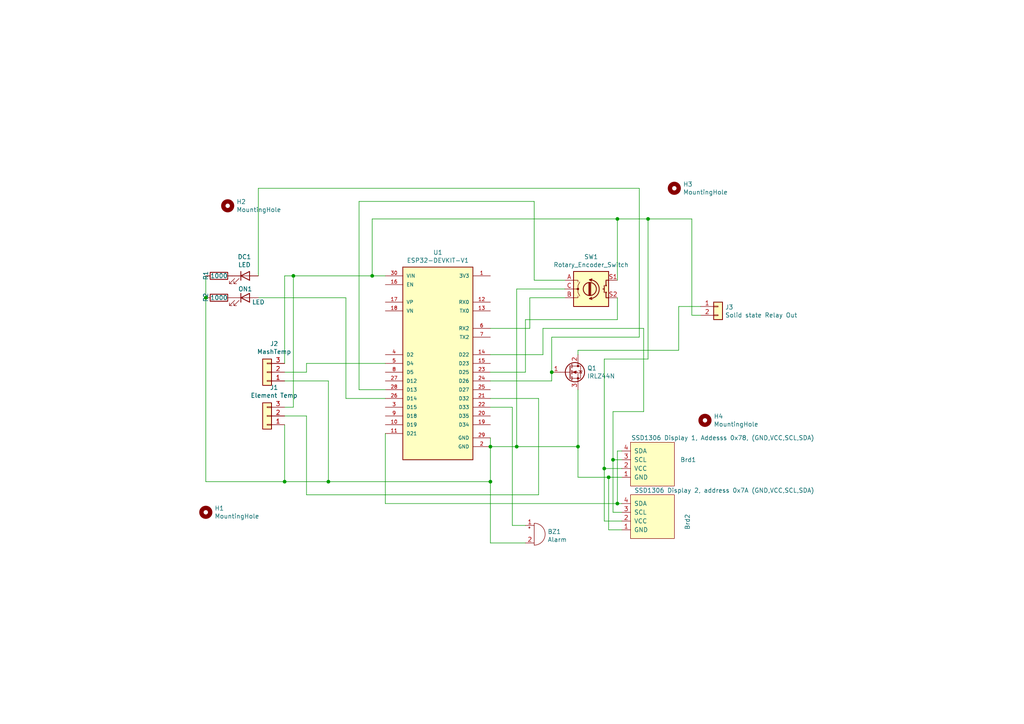
<source format=kicad_sch>
(kicad_sch (version 20250114) (generator "eeschema") (generator_version "9.0")
  (paper "A4")
  (lib_symbols
    (symbol "Connector_Generic:Conn_01x02" (pin_names (offset 1.016) (hide yes))
      (property "Reference" "J" (at 0 2.54 0))
      (property "Value" "Conn_01x02" (at 0 -5.08 0))
      (symbol "Conn_01x02_1_1"
        (rectangle (start -1.27 1.27) (end 1.27 -3.81) (stroke (width 0.254)) (fill (type background)))
        (rectangle (start -1.27 0.127) (end 0 -0.127) (stroke (width 0.1524)))
        (rectangle (start -1.27 -2.413) (end 0 -2.667) (stroke (width 0.1524)))
        (pin passive line (at -5.08 0 0) (length 3.81) (name "Pin_1") (number "1"))
        (pin passive line (at -5.08 -2.54 0) (length 3.81) (name "Pin_2") (number "2"))
      )
    )
    (symbol "Connector_Generic:Conn_01x03" (pin_names (offset 1.016) (hide yes))
      (property "Reference" "J" (at 0 5.08 0))
      (property "Value" "Conn_01x03" (at 0 -5.08 0))
      (symbol "Conn_01x03_1_1"
        (rectangle (start -1.27 3.81) (end 1.27 -3.81) (stroke (width 0.254)) (fill (type background)))
        (rectangle (start -1.27 2.667) (end 0 2.413) (stroke (width 0.1524)))
        (rectangle (start -1.27 0.127) (end 0 -0.127) (stroke (width 0.1524)))
        (rectangle (start -1.27 -2.413) (end 0 -2.667) (stroke (width 0.1524)))
        (pin passive line (at -5.08 2.54 0) (length 3.81) (name "Pin_1") (number "1"))
        (pin passive line (at -5.08 0 0) (length 3.81) (name "Pin_2") (number "2"))
        (pin passive line (at -5.08 -2.54 0) (length 3.81) (name "Pin_3") (number "3"))
      )
    )
    (symbol "Device:LED" (pin_numbers (hide yes)) (pin_names (offset 1.016) (hide yes))
      (property "Reference" "D" (at 0 2.54 0))
      (property "Value" "LED" (at 0 -2.54 0))
      (symbol "LED_0_1"
        (polyline (pts (xy -3.048 -0.762) (xy -4.572 -2.286) (xy -3.81 -2.286) (xy -4.572 -2.286) (xy -4.572 -1.524)))
        (polyline (pts (xy -1.778 -0.762) (xy -3.302 -2.286) (xy -2.54 -2.286) (xy -3.302 -2.286) (xy -3.302 -1.524)))
        (polyline (pts (xy -1.27 0) (xy 1.27 0)))
        (polyline (pts (xy -1.27 -1.27) (xy -1.27 1.27)) (stroke (width 0.254)))
        (polyline (pts (xy 1.27 -1.27) (xy 1.27 1.27) (xy -1.27 0) (xy 1.27 -1.27)) (stroke (width 0.254)))
      )
      (symbol "LED_1_1"
        (pin passive line (at -3.81 0 0) (length 2.54) (name "K") (number "1"))
        (pin passive line (at 3.81 0 180) (length 2.54) (name "A") (number "2"))
      )
    )
    (symbol "Device:R" (pin_numbers (hide yes)) (pin_names (offset 0))
      (property "Reference" "R" (at 2.032 0 90))
      (property "Value" "R" (at 0 0 90))
      (symbol "R_0_1"
        (rectangle (start -1.016 -2.54) (end 1.016 2.54) (stroke (width 0.254)))
      )
      (symbol "R_1_1"
        (pin passive line (at 0 3.81 270) (length 1.27) (name "~") (number "1"))
        (pin passive line (at 0 -3.81 90) (length 1.27) (name "~") (number "2"))
      )
    )
    (symbol "ESP32-DEVKIT-V1:ESP32-DEVKIT-V1" (pin_names (offset 1.016))
      (property "Reference" "U" (at -10.16 30.48 0))
      (property "Value" "ESP32-DEVKIT-V1" (at -10.16 -30.48 0))
      (symbol "ESP32-DEVKIT-V1_0_0"
        (rectangle (start -10.16 -27.94) (end 10.16 27.94) (stroke (width 0.254)) (fill (type background)))
        (pin input line (at -15.24 25.4 0) (length 5.08) (name "VIN") (number "30"))
        (pin input line (at -15.24 22.86 0) (length 5.08) (name "EN") (number "16"))
        (pin bidirectional line (at -15.24 17.78 0) (length 5.08) (name "VP") (number "17"))
        (pin bidirectional line (at -15.24 15.24 0) (length 5.08) (name "VN") (number "18"))
        (pin bidirectional line (at -15.24 2.54 0) (length 5.08) (name "D2") (number "4"))
        (pin bidirectional line (at -15.24 0 0) (length 5.08) (name "D4") (number "5"))
        (pin bidirectional line (at -15.24 -2.54 0) (length 5.08) (name "D5") (number "8"))
        (pin bidirectional line (at -15.24 -5.08 0) (length 5.08) (name "D12") (number "27"))
        (pin bidirectional line (at -15.24 -7.62 0) (length 5.08) (name "D13") (number "28"))
        (pin bidirectional line (at -15.24 -10.16 0) (length 5.08) (name "D14") (number "26"))
        (pin bidirectional line (at -15.24 -12.7 0) (length 5.08) (name "D15") (number "3"))
        (pin bidirectional line (at -15.24 -15.24 0) (length 5.08) (name "D18") (number "9"))
        (pin bidirectional line (at -15.24 -17.78 0) (length 5.08) (name "D19") (number "10"))
        (pin bidirectional line (at -15.24 -20.32 0) (length 5.08) (name "D21") (number "11"))
        (pin output line (at 15.24 25.4 180) (length 5.08) (name "3V3") (number "1"))
        (pin input line (at 15.24 17.78 180) (length 5.08) (name "RX0") (number "12"))
        (pin output line (at 15.24 15.24 180) (length 5.08) (name "TX0") (number "13"))
        (pin input line (at 15.24 10.16 180) (length 5.08) (name "RX2") (number "6"))
        (pin output line (at 15.24 7.62 180) (length 5.08) (name "TX2") (number "7"))
        (pin bidirectional line (at 15.24 2.54 180) (length 5.08) (name "D22") (number "14"))
        (pin bidirectional line (at 15.24 0 180) (length 5.08) (name "D23") (number "15"))
        (pin bidirectional line (at 15.24 -2.54 180) (length 5.08) (name "D25") (number "23"))
        (pin bidirectional line (at 15.24 -5.08 180) (length 5.08) (name "D26") (number "24"))
        (pin bidirectional line (at 15.24 -7.62 180) (length 5.08) (name "D27") (number "25"))
        (pin bidirectional line (at 15.24 -10.16 180) (length 5.08) (name "D32") (number "21"))
        (pin bidirectional line (at 15.24 -12.7 180) (length 5.08) (name "D33") (number "22"))
        (pin bidirectional line (at 15.24 -15.24 180) (length 5.08) (name "D35") (number "20"))
        (pin bidirectional line (at 15.24 -17.78 180) (length 5.08) (name "D34") (number "19"))
        (pin power_in line (at 15.24 -21.59 180) (length 5.08) (name "GND") (number "29"))
        (pin power_in line (at 15.24 -24.13 180) (length 5.08) (name "GND") (number "2"))
      )
    )
    (symbol "MashMachine-rescue:Buzzer-Device" (pin_names (offset 0.0254) (hide yes))
      (property "Reference" "BZ" (at 3.81 1.27 0))
      (property "Value" "Device_Buzzer" (at 3.81 -1.27 0))
      (symbol "Buzzer-Device_0_1"
        (polyline (pts (xy -1.651 1.905) (xy -1.143 1.905)))
        (polyline (pts (xy -1.397 2.159) (xy -1.397 1.651)))
        (polyline (pts (xy 0 3.175) (xy 0 -3.175)))
        (arc (start 0 3.175) (mid 3.175 0) (end 0 -3.175))
      )
      (symbol "Buzzer-Device_1_1"
        (pin passive line (at -2.54 2.54 0) (length 2.54) (name "-") (number "1"))
        (pin passive line (at -2.54 -2.54 0) (length 2.54) (name "+") (number "2"))
      )
    )
    (symbol "MashMachine-rescue:Rotary_Encoder_Switch-Device" (pin_names (offset 0.254) (hide yes))
      (property "Reference" "SW" (at 0 6.604 0))
      (property "Value" "Device_Rotary_Encoder_Switch" (at 0 -6.604 0))
      (symbol "Rotary_Encoder_Switch-Device_0_1"
        (rectangle (start -5.08 5.08) (end 5.08 -5.08) (stroke (width 0.254)) (fill (type background)))
        (polyline (pts (xy -5.08 2.54) (xy -3.81 2.54) (xy -3.81 2.032)))
        (polyline (pts (xy -5.08 0) (xy -3.81 0) (xy -3.81 -1.016) (xy -3.302 -2.032)))
        (polyline (pts (xy -5.08 -2.54) (xy -3.81 -2.54) (xy -3.81 -2.032)))
        (polyline (pts (xy -4.318 0) (xy -3.81 0) (xy -3.81 1.016) (xy -3.302 2.032)))
        (circle (center -3.81 0) (radius 0.254) (fill (type outline)))
        (polyline (pts (xy -0.635 -1.778) (xy -0.635 1.778)) (stroke (width 0.254)))
        (arc (start -0.381 2.667) (mid 2.3368 -0.0508) (end -0.381 -2.794) (stroke (width 0.254)))
        (circle (center -0.381 0) (radius 1.905) (stroke (width 0.254)))
        (polyline (pts (xy -0.381 -1.778) (xy -0.381 1.778)) (stroke (width 0.254)))
        (polyline (pts (xy -0.127 1.778) (xy -0.127 -1.778)) (stroke (width 0.254)))
        (polyline (pts (xy 0.254 2.921) (xy -0.508 2.667) (xy 0.127 2.286)) (stroke (width 0.254)))
        (polyline (pts (xy 0.254 -3.048) (xy -0.508 -2.794) (xy 0.127 -2.413)) (stroke (width 0.254)))
        (polyline (pts (xy 3.81 1.016) (xy 3.81 -1.016)) (stroke (width 0.254)))
        (polyline (pts (xy 3.81 0) (xy 3.429 0)) (stroke (width 0.254)))
        (circle (center 4.318 1.016) (radius 0.127) (stroke (width 0.254)))
        (circle (center 4.318 -1.016) (radius 0.127) (stroke (width 0.254)))
        (polyline (pts (xy 5.08 2.54) (xy 4.318 2.54) (xy 4.318 1.016)) (stroke (width 0.254)))
        (polyline (pts (xy 5.08 -2.54) (xy 4.318 -2.54) (xy 4.318 -1.016)) (stroke (width 0.254)))
      )
      (symbol "Rotary_Encoder_Switch-Device_1_1"
        (pin passive line (at -7.62 2.54 0) (length 2.54) (name "A") (number "A"))
        (pin passive line (at -7.62 0 0) (length 2.54) (name "C") (number "C"))
        (pin passive line (at -7.62 -2.54 0) (length 2.54) (name "B") (number "B"))
        (pin passive line (at 7.62 2.54 180) (length 2.54) (name "S1") (number "S1"))
        (pin passive line (at 7.62 -2.54 180) (length 2.54) (name "S2") (number "S2"))
      )
    )
    (symbol "MashMachine-rescue:SSD1306-SSD1306-128x64_OLED" (pin_names (offset 1.016))
      (property "Reference" "Brd" (at 0 -3.81 0))
      (property "Value" "SSD1306-128x64_OLED_SSD1306" (at 0 -1.27 0))
      (symbol "SSD1306-SSD1306-128x64_OLED_0_1"
        (rectangle (start -6.35 6.35) (end 6.35 -6.35) (fill (type background)))
      )
      (symbol "SSD1306-SSD1306-128x64_OLED_1_1"
        (pin input line (at -3.81 8.89 270) (length 2.54) (name "GND") (number "1"))
        (pin input line (at -1.27 8.89 270) (length 2.54) (name "VCC") (number "2"))
        (pin input line (at 1.27 8.89 270) (length 2.54) (name "SCL") (number "3"))
        (pin input line (at 3.81 8.89 270) (length 2.54) (name "SDA") (number "4"))
      )
    )
    (symbol "Mechanical:MountingHole" (pin_names (offset 1.016)) (exclude_from_sim yes) (in_bom no)
      (property "Reference" "H" (at 0 5.08 0))
      (property "Value" "MountingHole" (at 0 3.175 0))
      (symbol "MountingHole_0_1"
        (circle (center 0 0) (radius 1.27) (stroke (width 1.27)))
      )
    )
    (symbol "Transistor_FET:IRLZ44N" (pin_names (hide yes))
      (property "Reference" "Q" (at 5.08 1.905 0))
      (property "Value" "IRLZ44N" (at 5.08 0 0))
      (symbol "IRLZ44N_0_1"
        (polyline (pts (xy 0.254 1.905) (xy 0.254 -1.905)) (stroke (width 0.254)))
        (polyline (pts (xy 0.254 0) (xy -2.54 0)))
        (polyline (pts (xy 0.762 2.286) (xy 0.762 1.27)) (stroke (width 0.254)))
        (polyline (pts (xy 0.762 0.508) (xy 0.762 -0.508)) (stroke (width 0.254)))
        (polyline (pts (xy 0.762 -1.27) (xy 0.762 -2.286)) (stroke (width 0.254)))
        (polyline (pts (xy 0.762 -1.778) (xy 3.302 -1.778) (xy 3.302 1.778) (xy 0.762 1.778)))
        (polyline (pts (xy 1.016 0) (xy 2.032 0.381) (xy 2.032 -0.381) (xy 1.016 0)) (fill (type outline)))
        (circle (center 1.651 0) (radius 2.794) (stroke (width 0.254)))
        (polyline (pts (xy 2.54 2.54) (xy 2.54 1.778)))
        (circle (center 2.54 1.778) (radius 0.254) (fill (type outline)))
        (circle (center 2.54 -1.778) (radius 0.254) (fill (type outline)))
        (polyline (pts (xy 2.54 -2.54) (xy 2.54 0) (xy 0.762 0)))
        (polyline (pts (xy 2.794 0.508) (xy 2.921 0.381) (xy 3.683 0.381) (xy 3.81 0.254)))
        (polyline (pts (xy 3.302 0.381) (xy 2.921 -0.254) (xy 3.683 -0.254) (xy 3.302 0.381)))
      )
      (symbol "IRLZ44N_1_1"
        (pin input line (at -5.08 0 0) (length 2.54) (name "G") (number "1"))
        (pin passive line (at 2.54 5.08 270) (length 2.54) (name "D") (number "2"))
        (pin passive line (at 2.54 -5.08 90) (length 2.54) (name "S") (number "3"))
      )
    )
  )
  (junction (at 167.64 129.54))
  (junction (at 160.02 107.95))
  (junction (at 177.8 133.35))
  (junction (at 59.69 86.36))
  (junction (at 187.96 63.5))
  (junction (at 107.95 80.01))
  (junction (at 176.53 138.43))
  (junction (at 142.24 139.7))
  (junction (at 95.25 139.7))
  (junction (at 82.55 139.7))
  (junction (at 142.24 129.54))
  (junction (at 179.07 63.5))
  (junction (at 149.86 129.54))
  (junction (at 175.26 135.89))
  (junction (at 179.07 146.05))
  (junction (at 85.09 80.01))
  (wire (pts (xy 160.02 97.79) (xy 185.42 97.79)))
  (wire (pts (xy 142.24 118.11) (xy 148.59 118.11)))
  (wire (pts (xy 187.96 104.14) (xy 187.96 63.5)))
  (wire (pts (xy 95.25 139.7) (xy 82.55 139.7)))
  (wire (pts (xy 88.9 143.51) (xy 88.9 120.65)))
  (wire (pts (xy 179.07 63.5) (xy 179.07 81.28)))
  (wire (pts (xy 167.64 129.54) (xy 167.64 138.43)))
  (wire (pts (xy 186.69 95.25) (xy 186.69 119.38)))
  (wire (pts (xy 82.55 110.49) (xy 95.25 110.49)))
  (wire (pts (xy 142.24 129.54) (xy 142.24 139.7)))
  (wire (pts (xy 157.48 102.87) (xy 157.48 95.25)))
  (wire (pts (xy 180.34 151.13) (xy 175.26 151.13)))
  (wire (pts (xy 196.85 101.6) (xy 196.85 88.9)))
  (wire (pts (xy 107.95 63.5) (xy 179.07 63.5)))
  (wire (pts (xy 177.8 133.35) (xy 180.34 133.35)))
  (wire (pts (xy 179.07 130.81) (xy 180.34 130.81)))
  (wire (pts (xy 111.76 146.05) (xy 111.76 125.73)))
  (wire (pts (xy 104.14 113.03) (xy 104.14 58.42)))
  (wire (pts (xy 153.67 86.36) (xy 163.83 86.36)))
  (wire (pts (xy 82.55 118.11) (xy 85.09 118.11)))
  (wire (pts (xy 160.02 110.49) (xy 160.02 107.95)))
  (wire (pts (xy 142.24 129.54) (xy 149.86 129.54)))
  (wire (pts (xy 88.9 120.65) (xy 82.55 120.65)))
  (wire (pts (xy 175.26 104.14) (xy 187.96 104.14)))
  (wire (pts (xy 180.34 138.43) (xy 176.53 138.43)))
  (wire (pts (xy 157.48 95.25) (xy 186.69 95.25)))
  (wire (pts (xy 175.26 135.89) (xy 175.26 104.14)))
  (wire (pts (xy 152.4 92.71) (xy 179.07 92.71)))
  (wire (pts (xy 163.83 83.82) (xy 149.86 83.82)))
  (wire (pts (xy 104.14 58.42) (xy 154.94 58.42)))
  (wire (pts (xy 180.34 146.05) (xy 179.07 146.05)))
  (wire (pts (xy 200.66 63.5) (xy 200.66 91.44)))
  (wire (pts (xy 177.8 119.38) (xy 177.8 133.35)))
  (wire (pts (xy 82.55 139.7) (xy 82.55 123.19)))
  (wire (pts (xy 175.26 135.89) (xy 180.34 135.89)))
  (wire (pts (xy 167.64 102.87) (xy 167.64 101.6)))
  (wire (pts (xy 154.94 81.28) (xy 163.83 81.28)))
  (wire (pts (xy 142.24 95.25) (xy 153.67 95.25)))
  (wire (pts (xy 142.24 107.95) (xy 152.4 107.95)))
  (wire (pts (xy 177.8 148.59) (xy 177.8 133.35)))
  (wire (pts (xy 148.59 118.11) (xy 148.59 152.4)))
  (wire (pts (xy 196.85 88.9) (xy 203.2 88.9)))
  (wire (pts (xy 154.94 58.42) (xy 154.94 81.28)))
  (wire (pts (xy 82.55 139.7) (xy 59.69 139.7)))
  (wire (pts (xy 74.93 54.61) (xy 74.93 80.01)))
  (wire (pts (xy 176.53 153.67) (xy 180.34 153.67)))
  (wire (pts (xy 59.69 80.01) (xy 59.69 86.36)))
  (wire (pts (xy 95.25 110.49) (xy 95.25 139.7)))
  (wire (pts (xy 111.76 115.57) (xy 100.33 115.57)))
  (wire (pts (xy 160.02 107.95) (xy 160.02 97.79)))
  (wire (pts (xy 100.33 86.36) (xy 74.93 86.36)))
  (wire (pts (xy 111.76 113.03) (xy 104.14 113.03)))
  (wire (pts (xy 107.95 80.01) (xy 85.09 80.01)))
  (wire (pts (xy 149.86 129.54) (xy 167.64 129.54)))
  (wire (pts (xy 82.55 80.01) (xy 82.55 105.41)))
  (wire (pts (xy 179.07 92.71) (xy 179.07 86.36)))
  (wire (pts (xy 100.33 115.57) (xy 100.33 86.36)))
  (wire (pts (xy 152.4 107.95) (xy 152.4 92.71)))
  (wire (pts (xy 176.53 138.43) (xy 176.53 153.67)))
  (wire (pts (xy 85.09 80.01) (xy 82.55 80.01)))
  (wire (pts (xy 156.21 143.51) (xy 88.9 143.51)))
  (wire (pts (xy 153.67 95.25) (xy 153.67 86.36)))
  (wire (pts (xy 142.24 139.7) (xy 142.24 157.48)))
  (wire (pts (xy 156.21 115.57) (xy 156.21 143.51)))
  (wire (pts (xy 142.24 110.49) (xy 160.02 110.49)))
  (wire (pts (xy 200.66 91.44) (xy 203.2 91.44)))
  (wire (pts (xy 149.86 83.82) (xy 149.86 129.54)))
  (wire (pts (xy 142.24 102.87) (xy 157.48 102.87)))
  (wire (pts (xy 186.69 119.38) (xy 177.8 119.38)))
  (wire (pts (xy 167.64 138.43) (xy 176.53 138.43)))
  (wire (pts (xy 180.34 148.59) (xy 177.8 148.59)))
  (wire (pts (xy 59.69 139.7) (xy 59.69 86.36)))
  (wire (pts (xy 167.64 101.6) (xy 196.85 101.6)))
  (wire (pts (xy 85.09 118.11) (xy 85.09 80.01)))
  (wire (pts (xy 142.24 157.48) (xy 152.4 157.48)))
  (wire (pts (xy 142.24 129.54) (xy 142.24 127)))
  (wire (pts (xy 179.07 146.05) (xy 179.07 130.81)))
  (wire (pts (xy 179.07 63.5) (xy 187.96 63.5)))
  (wire (pts (xy 148.59 152.4) (xy 152.4 152.4)))
  (wire (pts (xy 88.9 107.95) (xy 82.55 107.95)))
  (wire (pts (xy 187.96 63.5) (xy 200.66 63.5)))
  (wire (pts (xy 142.24 139.7) (xy 95.25 139.7)))
  (wire (pts (xy 88.9 105.41) (xy 88.9 107.95)))
  (wire (pts (xy 107.95 80.01) (xy 107.95 63.5)))
  (wire (pts (xy 142.24 115.57) (xy 156.21 115.57)))
  (wire (pts (xy 167.64 113.03) (xy 167.64 129.54)))
  (wire (pts (xy 185.42 97.79) (xy 185.42 54.61)))
  (wire (pts (xy 111.76 80.01) (xy 107.95 80.01)))
  (wire (pts (xy 175.26 151.13) (xy 175.26 135.89)))
  (wire (pts (xy 179.07 146.05) (xy 111.76 146.05)))
  (wire (pts (xy 185.42 54.61) (xy 74.93 54.61)))
  (wire (pts (xy 111.76 105.41) (xy 88.9 105.41)))
  (symbol (lib_id "Transistor_FET:IRLZ44N") (at 165.1 107.95 0) (unit 1)
    (property "Reference" "Q1" (at 170.307 106.7816 0) (effects (justify left)))
    (property "Value" "IRLZ44N" (at 170.307 109.093 0) (effects (justify left)))
    (property "Footprint" "Package_TO_SOT_THT:TO-220-3_Vertical" (effects (hide yes)))
    (property "Datasheet" "http://www.irf.com/product-info/datasheets/data/irlz44n.pdf" (effects (hide yes)))
  )
  (symbol (lib_id "Device:LED") (at 71.12 86.36 0) (unit 1)
    (property "Reference" "ON1" (at 71.12 83.82 0))
    (property "Value" "LED" (at 74.93 87.63 0))
    (property "Footprint" "LED_THT:LED_D3.0mm" (effects (hide yes)))
  )
  (symbol (lib_id "MashMachine-rescue:SSD1306-SSD1306-128x64_OLED") (at 189.23 149.86 90) (unit 1)
    (property "Reference" "Brd2" (at 199.39 153.67 0) (effects (justify left)))
    (property "Value" "SSD1306 Display 2, address 0x7A (GND,VCC,SCL,SDA)" (at 236.22 142.24 90) (effects (justify left)))
    (property "Footprint" "SSD1306:ssd1306_1.3''" (effects (hide yes)))
  )
  (symbol (lib_id "Device:R") (at 63.5 80.01 90) (unit 1)
    (property "Reference" "R1" (at 59.69 81.28 0) (effects (justify left)))
    (property "Value" "1000" (at 66.04 80.01 90) (effects (justify left)))
    (property "Footprint" "Resistor_THT:R_Axial_DIN0207_L6.3mm_D2.5mm_P7.62mm_Horizontal" (effects (hide yes)))
  )
  (symbol (lib_id "Connector_Generic:Conn_01x02") (at 208.28 88.9 0) (unit 1)
    (property "Reference" "J3" (at 210.312 89.1032 0) (effects (justify left)))
    (property "Value" "Solid state Relay Out" (at 210.312 91.4146 0) (effects (justify left)))
    (property "Footprint" "Connector_PinHeader_2.54mm:PinHeader_1x02_P2.54mm_Vertical" (effects (hide yes)))
  )
  (symbol (lib_id "Connector_Generic:Conn_01x03") (at 77.47 120.65 180) (unit 1)
    (property "Reference" "J1" (at 79.502 112.395 0))
    (property "Value" "Element Temp" (at 79.502 114.7064 0))
    (property "Footprint" "Connector_PinHeader_2.54mm:PinHeader_1x03_P2.54mm_Vertical" (effects (hide yes)))
  )
  (symbol (lib_id "Connector_Generic:Conn_01x03") (at 77.47 107.95 180) (unit 1)
    (property "Reference" "J2" (at 79.502 99.695 0))
    (property "Value" "MashTemp" (at 79.502 102.0064 0))
    (property "Footprint" "Connector_PinHeader_2.54mm:PinHeader_1x03_P2.54mm_Vertical" (effects (hide yes)))
  )
  (symbol (lib_id "ESP32-DEVKIT-V1:ESP32-DEVKIT-V1") (at 127 105.41 0) (unit 1)
    (property "Reference" "U1" (at 127 73.2282 0))
    (property "Value" "ESP32-DEVKIT-V1" (at 127 75.5396 0))
    (property "Footprint" "ESP32-DEVKIT-V1:MODULE_ESP32_DEVKIT_V1" (effects (hide yes)))
    (property "MF" "Do it" (effects (hide yes)))
    (property "MAXIMUM_PACKAGE_HEIGHT" "6.8 mm" (effects (hide yes)))
    (property "Package" "None" (effects (hide yes)))
    (property "Price" "None" (effects (hide yes)))
    (property "Check_prices" "https://www.snapeda.com/parts/ESP32-DEVKIT-V1/Do+it/view-part/?ref=eda" (effects (hide yes)))
    (property "STANDARD" "Manufacturer Recommendations" (effects (hide yes)))
    (property "PARTREV" "N/A" (effects (hide yes)))
    (property "SnapEDA_Link" "https://www.snapeda.com/parts/ESP32-DEVKIT-V1/Do+it/view-part/?ref=snap" (effects (hide yes)))
    (property "MP" "ESP32-DEVKIT-V1" (effects (hide yes)))
    (property "Description" "\\nDual core, Wi-Fi: 2.4 GHz up to 150 Mbits/s,BLE (Bluetooth Low Energy) and legacy Bluetooth, 32 bits, Up to 240 MHz\\n" (effects (hide yes)))
    (property "Availability" "Not in stock" (effects (hide yes)))
    (property "MANUFACTURER" "DOIT" (effects (hide yes)))
  )
  (symbol (lib_id "Device:LED") (at 71.12 80.01 0) (unit 1)
    (property "Reference" "DC1" (at 70.8914 74.4982 0))
    (property "Value" "LED" (at 70.8914 76.8096 0))
    (property "Footprint" "LED_THT:LED_D3.0mm" (effects (hide yes)))
  )
  (symbol (lib_id "MashMachine-rescue:SSD1306-SSD1306-128x64_OLED") (at 189.23 134.62 90) (unit 1)
    (property "Reference" "Brd1" (at 201.93 133.35 90) (effects (justify left)))
    (property "Value" "SSD1306 Display 1, Addesss 0x78, (GND,VCC,SCL,SDA)" (at 236.22 127 90) (effects (justify left)))
    (property "Footprint" "SSD1306:ssd1306_1.3''" (effects (hide yes)))
  )
  (symbol (lib_id "Device:R") (at 63.5 86.36 90) (unit 1)
    (property "Reference" "R2" (at 59.69 87.63 0) (effects (justify left)))
    (property "Value" "1000" (at 66.04 86.36 90) (effects (justify left)))
    (property "Footprint" "Resistor_THT:R_Axial_DIN0207_L6.3mm_D2.5mm_P7.62mm_Horizontal" (effects (hide yes)))
  )
  (symbol (lib_id "MashMachine-rescue:Rotary_Encoder_Switch-Device") (at 171.45 83.82 0) (unit 1)
    (property "Reference" "SW1" (at 171.45 74.4982 0))
    (property "Value" "Rotary_Encoder_Switch" (at 171.45 76.8096 0))
    (property "Footprint" "Rotary_Encoder:RotaryEncoder_Alps_EC11E-Switch_Vertical_H20mm" (effects (hide yes)))
  )
  (symbol (lib_id "MashMachine-rescue:Buzzer-Device") (at 154.94 154.94 0) (unit 1)
    (property "Reference" "BZ1" (at 158.8262 154.2034 0) (effects (justify left)))
    (property "Value" "Alarm" (at 158.8262 156.5148 0) (effects (justify left)))
    (property "Footprint" "Buzzer_Beeper:Buzzer_12x9.5RM7.6" (effects (hide yes)))
  )
  (symbol (lib_id "Mechanical:MountingHole") (at 66.04 59.69 0) (unit 1)
    (property "Reference" "H2" (at 68.58 58.5216 0) (effects (justify left)))
    (property "Value" "MountingHole" (at 68.58 60.833 0) (effects (justify left)))
    (property "Footprint" "MountingHole:MountingHole_3.2mm_M3_DIN965_Pad" (effects (hide yes)))
  )
  (symbol (lib_id "Mechanical:MountingHole") (at 195.58 54.61 0) (unit 1)
    (property "Reference" "H3" (at 198.12 53.4416 0) (effects (justify left)))
    (property "Value" "MountingHole" (at 198.12 55.753 0) (effects (justify left)))
    (property "Footprint" "MountingHole:MountingHole_3.2mm_M3_DIN965_Pad" (effects (hide yes)))
  )
  (symbol (lib_id "Mechanical:MountingHole") (at 59.69 148.59 0) (unit 1)
    (property "Reference" "H1" (at 62.23 147.4216 0) (effects (justify left)))
    (property "Value" "MountingHole" (at 62.23 149.733 0) (effects (justify left)))
    (property "Footprint" "MountingHole:MountingHole_3.2mm_M3_DIN965_Pad" (effects (hide yes)))
  )
  (symbol (lib_id "Mechanical:MountingHole") (at 204.47 121.92 0) (unit 1)
    (property "Reference" "H4" (at 207.01 120.7516 0) (effects (justify left)))
    (property "Value" "MountingHole" (at 207.01 123.063 0) (effects (justify left)))
    (property "Footprint" "MountingHole:MountingHole_3.2mm_M3_DIN965_Pad" (effects (hide yes)))
  )
)
</source>
